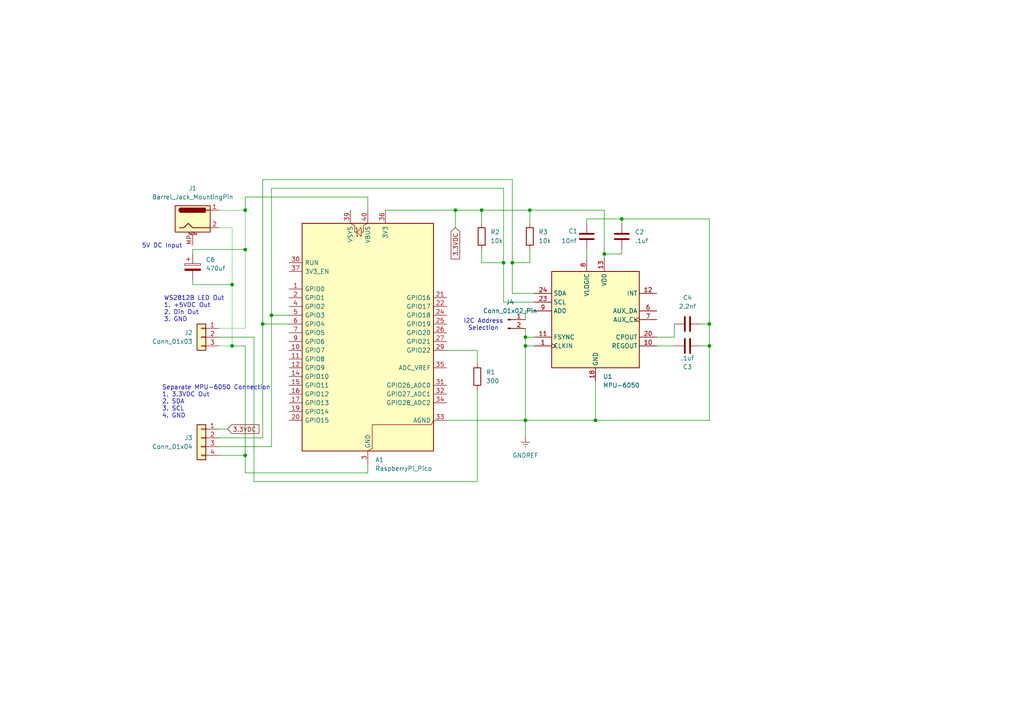
<source format=kicad_sch>
(kicad_sch (version 20250114) (generator "eeschema") (generator_version "9.0")
  (paper "A4")
  (title_block (title "Internship Technical Test Assignment") (date "2025-11-27") (company "Yens & Yens"))
  (lib_symbols
    (symbol "Connector:Barrel_Jack_MountingPin" (pin_names (hide yes))
      (property "Reference" "J" (at 0 5.334 0))
      (property "Value" "Barrel_Jack_MountingPin" (at 1.27 -6.35 0))
      (symbol "Barrel_Jack_MountingPin_0_1"
        (rectangle (start -5.08 3.81) (end 5.08 -3.81) (stroke (width 0.254)) (fill (type background)))
        (polyline (pts (xy -3.81 -2.54) (xy -2.54 -2.54) (xy -1.27 -1.27) (xy 0 -2.54) (xy 2.54 -2.54) (xy 5.08 -2.54)) (stroke (width 0.254)))
        (arc (start -3.302 1.905) (mid -3.9343 2.54) (end -3.302 3.175) (stroke (width 0.254)))
        (arc (start -3.302 1.905) (mid -3.9343 2.54) (end -3.302 3.175) (stroke (width 0.254)) (fill (type outline)))
        (rectangle (start 3.683 3.175) (end -3.302 1.905) (stroke (width 0.254)) (fill (type outline)))
        (polyline (pts (xy 5.08 2.54) (xy 3.81 2.54)) (stroke (width 0.254)))
      )
      (symbol "Barrel_Jack_MountingPin_1_1"
        (polyline (pts (xy -1.016 -4.572) (xy 1.016 -4.572)) (stroke (width 0.1524)))
        (text "Mounting" (at 0 -4.191 0) (effects (font (size 0.381 0.381))))
        (pin passive line (at 0 -7.62 90) (length 3.048) (name "MountPin") (number "MP"))
        (pin passive line (at 7.62 2.54 180) (length 2.54) (name "~") (number "1"))
        (pin passive line (at 7.62 -2.54 180) (length 2.54) (name "~") (number "2"))
      )
    )
    (symbol "Connector:Conn_01x02_Pin" (pin_names (offset 1.016) (hide yes))
      (property "Reference" "J" (at 0 2.54 0))
      (property "Value" "Conn_01x02_Pin" (at 0 -5.08 0))
      (symbol "Conn_01x02_Pin_1_1"
        (rectangle (start 0.8636 0.127) (end 0 -0.127) (stroke (width 0.1524)) (fill (type outline)))
        (rectangle (start 0.8636 -2.413) (end 0 -2.667) (stroke (width 0.1524)) (fill (type outline)))
        (polyline (pts (xy 1.27 0) (xy 0.8636 0)) (stroke (width 0.1524)))
        (polyline (pts (xy 1.27 -2.54) (xy 0.8636 -2.54)) (stroke (width 0.1524)))
        (pin passive line (at 5.08 0 180) (length 3.81) (name "Pin_1") (number "1"))
        (pin passive line (at 5.08 -2.54 180) (length 3.81) (name "Pin_2") (number "2"))
      )
    )
    (symbol "Connector_Generic:Conn_01x03" (pin_names (offset 1.016) (hide yes))
      (property "Reference" "J" (at 0 5.08 0))
      (property "Value" "Conn_01x03" (at 0 -5.08 0))
      (symbol "Conn_01x03_1_1"
        (rectangle (start -1.27 3.81) (end 1.27 -3.81) (stroke (width 0.254)) (fill (type background)))
        (rectangle (start -1.27 2.667) (end 0 2.413) (stroke (width 0.1524)))
        (rectangle (start -1.27 0.127) (end 0 -0.127) (stroke (width 0.1524)))
        (rectangle (start -1.27 -2.413) (end 0 -2.667) (stroke (width 0.1524)))
        (pin passive line (at -5.08 2.54 0) (length 3.81) (name "Pin_1") (number "1"))
        (pin passive line (at -5.08 0 0) (length 3.81) (name "Pin_2") (number "2"))
        (pin passive line (at -5.08 -2.54 0) (length 3.81) (name "Pin_3") (number "3"))
      )
    )
    (symbol "Connector_Generic:Conn_01x04" (pin_names (offset 1.016) (hide yes))
      (property "Reference" "J" (at 0 5.08 0))
      (property "Value" "Conn_01x04" (at 0 -7.62 0))
      (symbol "Conn_01x04_1_1"
        (rectangle (start -1.27 3.81) (end 1.27 -6.35) (stroke (width 0.254)) (fill (type background)))
        (rectangle (start -1.27 2.667) (end 0 2.413) (stroke (width 0.1524)))
        (rectangle (start -1.27 0.127) (end 0 -0.127) (stroke (width 0.1524)))
        (rectangle (start -1.27 -2.413) (end 0 -2.667) (stroke (width 0.1524)))
        (rectangle (start -1.27 -4.953) (end 0 -5.207) (stroke (width 0.1524)))
        (pin passive line (at -5.08 2.54 0) (length 3.81) (name "Pin_1") (number "1"))
        (pin passive line (at -5.08 0 0) (length 3.81) (name "Pin_2") (number "2"))
        (pin passive line (at -5.08 -2.54 0) (length 3.81) (name "Pin_3") (number "3"))
        (pin passive line (at -5.08 -5.08 0) (length 3.81) (name "Pin_4") (number "4"))
      )
    )
    (symbol "Device:C" (pin_numbers (hide yes)) (pin_names (offset 0.254))
      (property "Reference" "C" (at 0.635 2.54 0))
      (property "Value" "C" (at 0.635 -2.54 0))
      (symbol "C_0_1"
        (polyline (pts (xy -2.032 0.762) (xy 2.032 0.762)) (stroke (width 0.508)))
        (polyline (pts (xy -2.032 -0.762) (xy 2.032 -0.762)) (stroke (width 0.508)))
      )
      (symbol "C_1_1"
        (pin passive line (at 0 3.81 270) (length 2.794) (name "~") (number "1"))
        (pin passive line (at 0 -3.81 90) (length 2.794) (name "~") (number "2"))
      )
    )
    (symbol "Device:C_Polarized" (pin_numbers (hide yes)) (pin_names (offset 0.254))
      (property "Reference" "C" (at 0.635 2.54 0))
      (property "Value" "C_Polarized" (at 0.635 -2.54 0))
      (symbol "C_Polarized_0_1"
        (rectangle (start -2.286 0.508) (end 2.286 1.016))
        (polyline (pts (xy -1.778 2.286) (xy -0.762 2.286)))
        (polyline (pts (xy -1.27 2.794) (xy -1.27 1.778)))
        (rectangle (start 2.286 -0.508) (end -2.286 -1.016) (fill (type outline)))
      )
      (symbol "C_Polarized_1_1"
        (pin passive line (at 0 3.81 270) (length 2.794) (name "~") (number "1"))
        (pin passive line (at 0 -3.81 90) (length 2.794) (name "~") (number "2"))
      )
    )
    (symbol "Device:R" (pin_numbers (hide yes)) (pin_names (offset 0))
      (property "Reference" "R" (at 2.032 0 90))
      (property "Value" "R" (at 0 0 90))
      (symbol "R_0_1"
        (rectangle (start -1.016 -2.54) (end 1.016 2.54) (stroke (width 0.254)))
      )
      (symbol "R_1_1"
        (pin passive line (at 0 3.81 270) (length 1.27) (name "~") (number "1"))
        (pin passive line (at 0 -3.81 90) (length 1.27) (name "~") (number "2"))
      )
    )
    (symbol "MCU_Module:RaspberryPi_Pico" (pin_names (offset 0.762))
      (property "Reference" "A" (at -19.05 35.56 0))
      (property "Value" "RaspberryPi_Pico" (at 7.62 35.56 0))
      (symbol "RaspberryPi_Pico_0_1"
        (rectangle (start -19.05 34.29) (end 19.05 -31.75) (stroke (width 0.254)) (fill (type background)))
        (polyline (pts (xy -5.08 34.29) (xy -3.81 33.655) (xy -3.81 31.75) (xy -3.175 31.75)))
        (polyline (pts (xy -3.429 32.766) (xy -3.429 33.02) (xy -3.175 33.02) (xy -3.175 30.48) (xy -2.921 30.48) (xy -2.921 30.734)))
        (polyline (pts (xy -3.175 31.75) (xy -1.905 33.02) (xy -1.905 30.48) (xy -3.175 31.75)))
        (polyline (pts (xy 0 34.29) (xy -1.27 33.655) (xy -1.27 31.75) (xy -1.905 31.75)))
        (polyline (pts (xy 0 -31.75) (xy 1.27 -31.115) (xy 1.27 -24.13) (xy 18.415 -24.13) (xy 19.05 -22.86)))
      )
      (symbol "RaspberryPi_Pico_1_1"
        (pin passive line (at -22.86 22.86 0) (length 3.81) (name "RUN") (number "30"))
        (pin passive line (at -22.86 20.32 0) (length 3.81) (name "3V3_EN") (number "37"))
        (pin bidirectional line (at -22.86 15.24 0) (length 3.81) (name "GPIO0") (number "1"))
        (pin bidirectional line (at -22.86 12.7 0) (length 3.81) (name "GPIO1") (number "2"))
        (pin bidirectional line (at -22.86 10.16 0) (length 3.81) (name "GPIO2") (number "4"))
        (pin bidirectional line (at -22.86 7.62 0) (length 3.81) (name "GPIO3") (number "5"))
        (pin bidirectional line (at -22.86 5.08 0) (length 3.81) (name "GPIO4") (number "6"))
        (pin bidirectional line (at -22.86 2.54 0) (length 3.81) (name "GPIO5") (number "7"))
        (pin bidirectional line (at -22.86 0 0) (length 3.81) (name "GPIO6") (number "9"))
        (pin bidirectional line (at -22.86 -2.54 0) (length 3.81) (name "GPIO7") (number "10"))
        (pin bidirectional line (at -22.86 -5.08 0) (length 3.81) (name "GPIO8") (number "11"))
        (pin bidirectional line (at -22.86 -7.62 0) (length 3.81) (name "GPIO9") (number "12"))
        (pin bidirectional line (at -22.86 -10.16 0) (length 3.81) (name "GPIO10") (number "14"))
        (pin bidirectional line (at -22.86 -12.7 0) (length 3.81) (name "GPIO11") (number "15"))
        (pin bidirectional line (at -22.86 -15.24 0) (length 3.81) (name "GPIO12") (number "16"))
        (pin bidirectional line (at -22.86 -17.78 0) (length 3.81) (name "GPIO13") (number "17"))
        (pin bidirectional line (at -22.86 -20.32 0) (length 3.81) (name "GPIO14") (number "19"))
        (pin bidirectional line (at -22.86 -22.86 0) (length 3.81) (name "GPIO15") (number "20"))
        (pin power_in line (at -5.08 38.1 270) (length 3.81) (name "VSYS") (number "39"))
        (pin power_out line (at 0 38.1 270) (length 3.81) (name "VBUS") (number "40"))
        (pin passive line (at 0 -35.56 90) (length 3.81) (hide yes) (name "GND") (number "13"))
        (pin passive line (at 0 -35.56 90) (length 3.81) (hide yes) (name "GND") (number "18"))
        (pin passive line (at 0 -35.56 90) (length 3.81) (hide yes) (name "GND") (number "23"))
        (pin passive line (at 0 -35.56 90) (length 3.81) (hide yes) (name "GND") (number "28"))
        (pin power_out line (at 0 -35.56 90) (length 3.81) (name "GND") (number "3"))
        (pin passive line (at 0 -35.56 90) (length 3.81) (hide yes) (name "GND") (number "38"))
        (pin passive line (at 0 -35.56 90) (length 3.81) (hide yes) (name "GND") (number "8"))
        (pin power_out line (at 5.08 38.1 270) (length 3.81) (name "3V3") (number "36"))
        (pin bidirectional line (at 22.86 12.7 180) (length 3.81) (name "GPIO16") (number "21"))
        (pin bidirectional line (at 22.86 10.16 180) (length 3.81) (name "GPIO17") (number "22"))
        (pin bidirectional line (at 22.86 7.62 180) (length 3.81) (name "GPIO18") (number "24"))
        (pin bidirectional line (at 22.86 5.08 180) (length 3.81) (name "GPIO19") (number "25"))
        (pin bidirectional line (at 22.86 2.54 180) (length 3.81) (name "GPIO20") (number "26"))
        (pin bidirectional line (at 22.86 0 180) (length 3.81) (name "GPIO21") (number "27"))
        (pin bidirectional line (at 22.86 -2.54 180) (length 3.81) (name "GPIO22") (number "29"))
        (pin power_in line (at 22.86 -7.62 180) (length 3.81) (name "ADC_VREF") (number "35"))
        (pin bidirectional line (at 22.86 -12.7 180) (length 3.81) (name "GPIO26_ADC0") (number "31"))
        (pin bidirectional line (at 22.86 -15.24 180) (length 3.81) (name "GPIO27_ADC1") (number "32"))
        (pin bidirectional line (at 22.86 -17.78 180) (length 3.81) (name "GPIO28_ADC2") (number "34"))
        (pin power_out line (at 22.86 -22.86 180) (length 3.81) (name "AGND") (number "33"))
      )
    )
    (symbol "Sensor_Motion:MPU-6050"
      (property "Reference" "U" (at -11.43 13.97 0))
      (property "Value" "MPU-6050" (at 7.62 -15.24 0))
      (symbol "MPU-6050_0_1"
        (rectangle (start -12.7 13.97) (end 12.7 -13.97) (stroke (width 0.254)) (fill (type background)))
      )
      (symbol "MPU-6050_1_1"
        (pin bidirectional line (at -17.78 7.62 0) (length 5.08) (name "SDA") (number "24"))
        (pin input line (at -17.78 5.08 0) (length 5.08) (name "SCL") (number "23"))
        (pin input line (at -17.78 2.54 0) (length 5.08) (name "AD0") (number "9"))
        (pin input line (at -17.78 -5.08 0) (length 5.08) (name "FSYNC") (number "11"))
        (pin input clock (at -17.78 -7.62 0) (length 5.08) (name "CLKIN") (number "1"))
        (pin no_connect line (at -12.7 12.7 0) (length 2.54) (hide yes) (name "NC") (number "2"))
        (pin no_connect line (at -12.7 10.16 0) (length 2.54) (hide yes) (name "NC") (number "3"))
        (pin no_connect line (at -12.7 0 0) (length 2.54) (hide yes) (name "NC") (number "4"))
        (pin no_connect line (at -12.7 -2.54 0) (length 2.54) (hide yes) (name "NC") (number "5"))
        (pin no_connect line (at -12.7 -10.16 0) (length 2.54) (hide yes) (name "NC") (number "14"))
        (pin power_in line (at -2.54 17.78 270) (length 3.81) (name "VLOGIC") (number "8"))
        (pin power_in line (at 0 -17.78 90) (length 3.81) (name "GND") (number "18"))
        (pin power_in line (at 2.54 17.78 270) (length 3.81) (name "VDD") (number "13"))
        (pin no_connect line (at 12.7 12.7 180) (length 2.54) (hide yes) (name "NC") (number "15"))
        (pin no_connect line (at 12.7 10.16 180) (length 2.54) (hide yes) (name "NC") (number "16"))
        (pin no_connect line (at 12.7 5.08 180) (length 2.54) (hide yes) (name "NC") (number "17"))
        (pin no_connect line (at 12.7 -2.54 180) (length 2.54) (hide yes) (name "RESV") (number "21"))
        (pin no_connect line (at 12.7 -10.16 180) (length 2.54) (hide yes) (name "RESV") (number "19"))
        (pin no_connect line (at 12.7 -12.7 180) (length 2.54) (hide yes) (name "RESV") (number "22"))
        (pin output line (at 17.78 7.62 180) (length 5.08) (name "INT") (number "12"))
        (pin bidirectional line (at 17.78 2.54 180) (length 5.08) (name "AUX_DA") (number "6"))
        (pin output clock (at 17.78 0 180) (length 5.08) (name "AUX_CL") (number "7"))
        (pin passive line (at 17.78 -5.08 180) (length 5.08) (name "CPOUT") (number "20"))
        (pin passive line (at 17.78 -7.62 180) (length 5.08) (name "REGOUT") (number "10"))
      )
    )
    (symbol "power:GNDREF" (power) (pin_numbers (hide yes)) (pin_names (offset 0) (hide yes))
      (property "Value" "GNDREF" (at 0 -3.81 0))
      (symbol "GNDREF_0_1"
        (polyline (pts (xy -0.635 -1.905) (xy 0.635 -1.905)))
        (polyline (pts (xy -0.127 -2.54) (xy 0.127 -2.54)))
        (polyline (pts (xy 0 -1.27) (xy 0 0)))
        (polyline (pts (xy 1.27 -1.27) (xy -1.27 -1.27)))
      )
      (symbol "GNDREF_1_1"
        (pin power_in line (at 0 0 270) (length 0) (name "~") (number "1"))
      )
    )
  )
  (text "I2C Address\nSelection" (at 140.208 94.234 0) (effects (font (size 1.27 1.27))))
  (text "5V DC Input" (at 46.99 71.374 0) (effects (font (size 1.27 1.27))))
  (text "WS2812B LED Out\n1. +5VDC Out\n2. Din Out\n3. GND" (at 47.498 89.662 0) (effects (font (size 1.27 1.27)) (justify left)))
  (text "Separate MPU-6050 Connection\n1. 3.3VDC Out\n2. SDA\n3. SCL\n4. GND" (at 46.99 116.586 0) (effects (font (size 1.27 1.27)) (justify left)))
  (junction (at 205.74 93.98))
  (junction (at 71.12 72.39))
  (junction (at 76.2 93.98))
  (junction (at 172.72 121.92))
  (junction (at 67.31 100.33))
  (junction (at 152.4 97.79))
  (junction (at 71.12 132.08))
  (junction (at 146.05 76.2))
  (junction (at 175.26 73.66))
  (junction (at 71.12 60.96))
  (junction (at 148.59 76.2))
  (junction (at 180.34 63.5))
  (junction (at 67.31 82.55))
  (junction (at 152.4 100.33))
  (junction (at 205.74 100.33))
  (junction (at 78.74 91.44))
  (junction (at 152.4 121.92))
  (junction (at 132.08 60.96))
  (junction (at 153.67 60.96))
  (junction (at 139.7 60.96))
  (wire (pts (xy 63.5 127) (xy 76.2 127)))
  (wire (pts (xy 180.34 63.5) (xy 180.34 64.77)))
  (wire (pts (xy 152.4 100.33) (xy 152.4 121.92)))
  (wire (pts (xy 139.7 72.39) (xy 139.7 76.2)))
  (wire (pts (xy 71.12 60.96) (xy 71.12 57.15)))
  (wire (pts (xy 63.5 100.33) (xy 67.31 100.33)) (stroke (width 0.0762)))
  (wire (pts (xy 63.5 97.79) (xy 73.66 97.79)))
  (wire (pts (xy 146.05 76.2) (xy 146.05 87.63)))
  (wire (pts (xy 170.18 63.5) (xy 180.34 63.5)))
  (wire (pts (xy 139.7 76.2) (xy 146.05 76.2)))
  (wire (pts (xy 67.31 100.33) (xy 71.12 100.33)))
  (wire (pts (xy 180.34 72.39) (xy 180.34 73.66)))
  (wire (pts (xy 63.5 129.54) (xy 78.74 129.54)))
  (wire (pts (xy 175.26 73.66) (xy 180.34 73.66)))
  (wire (pts (xy 67.31 66.04) (xy 67.31 82.55)) (stroke (width 0.0762)))
  (wire (pts (xy 71.12 100.33) (xy 71.12 132.08)))
  (wire (pts (xy 205.74 63.5) (xy 205.74 93.98)))
  (wire (pts (xy 138.43 101.6) (xy 138.43 105.41)))
  (wire (pts (xy 148.59 76.2) (xy 148.59 85.09)))
  (wire (pts (xy 146.05 87.63) (xy 154.94 87.63)))
  (wire (pts (xy 154.94 90.17) (xy 152.4 90.17)))
  (wire (pts (xy 153.67 72.39) (xy 153.67 76.2)))
  (wire (pts (xy 71.12 60.96) (xy 71.12 72.39)) (stroke (width 0.0762)))
  (wire (pts (xy 106.68 57.15) (xy 106.68 60.96)))
  (wire (pts (xy 152.4 95.25) (xy 152.4 97.79)))
  (wire (pts (xy 153.67 60.96) (xy 153.67 64.77)))
  (wire (pts (xy 78.74 129.54) (xy 78.74 91.44)))
  (wire (pts (xy 132.08 60.96) (xy 139.7 60.96)))
  (wire (pts (xy 55.88 72.39) (xy 71.12 72.39)))
  (wire (pts (xy 129.54 101.6) (xy 138.43 101.6)))
  (wire (pts (xy 63.5 95.25) (xy 71.12 95.25)) (stroke (width 0.0762)))
  (wire (pts (xy 71.12 57.15) (xy 106.68 57.15)))
  (wire (pts (xy 154.94 97.79) (xy 152.4 97.79)))
  (wire (pts (xy 190.5 100.33) (xy 195.58 100.33)))
  (wire (pts (xy 146.05 54.61) (xy 146.05 76.2)))
  (wire (pts (xy 205.74 100.33) (xy 205.74 121.92)))
  (wire (pts (xy 205.74 121.92) (xy 172.72 121.92)))
  (wire (pts (xy 203.2 93.98) (xy 205.74 93.98)))
  (wire (pts (xy 63.5 124.46) (xy 66.04 124.46)))
  (wire (pts (xy 63.5 132.08) (xy 71.12 132.08)))
  (wire (pts (xy 152.4 121.92) (xy 172.72 121.92)))
  (wire (pts (xy 205.74 93.98) (xy 205.74 100.33)))
  (wire (pts (xy 63.5 66.04) (xy 67.31 66.04)) (stroke (width 0.0762)))
  (wire (pts (xy 55.88 81.28) (xy 55.88 82.55)))
  (wire (pts (xy 78.74 54.61) (xy 146.05 54.61)))
  (wire (pts (xy 106.68 134.62) (xy 106.68 137.16)))
  (wire (pts (xy 138.43 139.7) (xy 73.66 139.7)))
  (wire (pts (xy 78.74 91.44) (xy 78.74 54.61)))
  (wire (pts (xy 76.2 93.98) (xy 76.2 52.07)))
  (wire (pts (xy 190.5 97.79) (xy 195.58 97.79)))
  (wire (pts (xy 148.59 85.09) (xy 154.94 85.09)))
  (wire (pts (xy 71.12 132.08) (xy 71.12 137.16)))
  (wire (pts (xy 63.5 60.96) (xy 71.12 60.96)) (stroke (width 0.0762)))
  (wire (pts (xy 129.54 121.92) (xy 152.4 121.92)))
  (wire (pts (xy 55.88 73.66) (xy 55.88 72.39)))
  (wire (pts (xy 132.08 60.96) (xy 132.08 66.04)))
  (wire (pts (xy 83.82 93.98) (xy 76.2 93.98)))
  (wire (pts (xy 152.4 97.79) (xy 152.4 100.33)))
  (wire (pts (xy 175.26 60.96) (xy 175.26 73.66)))
  (wire (pts (xy 111.76 60.96) (xy 132.08 60.96)))
  (wire (pts (xy 139.7 60.96) (xy 139.7 64.77)))
  (wire (pts (xy 152.4 121.92) (xy 152.4 127)))
  (wire (pts (xy 152.4 100.33) (xy 154.94 100.33)))
  (wire (pts (xy 153.67 76.2) (xy 148.59 76.2)))
  (wire (pts (xy 195.58 93.98) (xy 195.58 97.79)))
  (wire (pts (xy 139.7 60.96) (xy 153.67 60.96)))
  (wire (pts (xy 175.26 73.66) (xy 175.26 74.93)))
  (wire (pts (xy 203.2 100.33) (xy 205.74 100.33)))
  (wire (pts (xy 152.4 90.17) (xy 152.4 92.71)))
  (wire (pts (xy 180.34 63.5) (xy 205.74 63.5)))
  (wire (pts (xy 71.12 72.39) (xy 71.12 95.25)) (stroke (width 0.0762)))
  (wire (pts (xy 83.82 91.44) (xy 78.74 91.44)))
  (wire (pts (xy 138.43 113.03) (xy 138.43 139.7)))
  (wire (pts (xy 67.31 82.55) (xy 67.31 100.33)) (stroke (width 0.0762)))
  (wire (pts (xy 76.2 127) (xy 76.2 93.98)))
  (wire (pts (xy 148.59 52.07) (xy 148.59 76.2)))
  (wire (pts (xy 76.2 52.07) (xy 148.59 52.07)))
  (wire (pts (xy 73.66 139.7) (xy 73.66 97.79)))
  (wire (pts (xy 170.18 72.39) (xy 170.18 74.93)))
  (wire (pts (xy 172.72 121.92) (xy 172.72 110.49)))
  (wire (pts (xy 170.18 64.77) (xy 170.18 63.5)))
  (wire (pts (xy 153.67 60.96) (xy 175.26 60.96)))
  (wire (pts (xy 55.88 82.55) (xy 67.31 82.55)))
  (wire (pts (xy 71.12 137.16) (xy 106.68 137.16)))
  (global_label "3.3VDC" (shape input) (at 66.04 124.46 0) (property "Intersheetrefs" "${INTERSHEET_REFS}" (effects (hide yes))))
  (global_label "3.3VDC" (shape input) (at 132.08 66.04 270) (property "Intersheetrefs" "${INTERSHEET_REFS}" (effects (hide yes))))
  (symbol (lib_id "Sensor_Motion:MPU-6050") (at 172.72 92.71 0) (unit 1)
    (property "Reference" "U1" (at 174.8633 109.22 0) (effects (justify left)))
    (property "Value" "MPU-6050" (at 174.8633 111.76 0) (effects (justify left)))
    (property "Footprint" "Package_DFN_QFN:HVQFN-24-1EP_4x4mm_P0.5mm_EP2.1x2.1mm" (effects (hide yes)))
    (property "Datasheet" "https://invensense.tdk.com/wp-content/uploads/2015/02/MPU-6000-Datasheet1.pdf" (effects (hide yes)))
    (property "Description" "InvenSense 6-Axis Motion Sensor, Gyroscope, Accelerometer, I2C" (effects (hide yes)))
  )
  (symbol (lib_id "Connector:Conn_01x02_Pin") (at 147.32 92.71 0) (unit 1)
    (property "Reference" "J4" (at 147.955 87.63 0))
    (property "Value" "Conn_01x02_Pin" (at 147.955 90.17 0))
    (property "Footprint" "Connector_PinHeader_2.54mm:PinHeader_1x02_P2.54mm_Vertical" (effects (hide yes)))
    (property "Description" "Generic connector, single row, 01x02, script generated" (effects (hide yes)))
  )
  (symbol (lib_id "Device:C_Polarized") (at 55.88 77.47 0) (unit 1)
    (property "Reference" "C6" (at 59.69 75.3109 0) (effects (justify left)))
    (property "Value" "470uf" (at 59.69 77.8509 0) (effects (justify left)))
    (property "Footprint" "Capacitor_THT:CP_Radial_D8.0mm_P2.50mm" (effects (hide yes)))
    (property "Description" "Polarized capacitor" (effects (hide yes)))
  )
  (symbol (lib_id "power:GNDREF") (at 152.4 127 0) (unit 1)
    (property "Reference" "#PWR01" (effects (hide yes)))
    (property "Value" "GNDREF" (at 152.4 132.08 0))
    (property "Description" "Power symbol creates a global label with name \"GNDREF\" , reference supply ground" (effects (hide yes)))
  )
  (symbol (lib_id "Device:C") (at 199.39 93.98 270) (unit 1)
    (property "Reference" "C4" (at 199.39 86.36 90))
    (property "Value" "2.2nf" (at 199.39 88.9 90))
    (property "Footprint" "Capacitor_SMD:C_0805_2012Metric" (effects (hide yes)))
    (property "Description" "Unpolarized capacitor" (effects (hide yes)))
  )
  (symbol (lib_id "Device:C") (at 199.39 100.33 270) (unit 1)
    (property "Reference" "C3" (at 199.39 106.426 90))
    (property "Value" ".1uf" (at 199.39 103.886 90))
    (property "Footprint" "Capacitor_SMD:C_0805_2012Metric" (effects (hide yes)))
    (property "Description" "Unpolarized capacitor" (effects (hide yes)))
  )
  (symbol (lib_id "Connector:Barrel_Jack_MountingPin") (at 55.88 63.5 0) (unit 1)
    (property "Reference" "J1" (at 55.88 54.61 0))
    (property "Value" "Barrel_Jack_MountingPin" (at 55.88 57.15 0))
    (property "Footprint" "Connector_BarrelJack:BarrelJack_CUI_PJ-063AH_Horizontal" (effects (hide yes)))
    (property "Description" "DC Barrel Jack with a mounting pin" (effects (hide yes)))
  )
  (symbol (lib_id "Device:R") (at 139.7 68.58 0) (unit 1)
    (property "Reference" "R2" (at 142.24 67.3099 0) (effects (justify left)))
    (property "Value" "10k" (at 142.24 69.8499 0) (effects (justify left)))
    (property "Footprint" "Capacitor_SMD:C_0805_2012Metric" (effects (hide yes)))
    (property "Description" "Resistor" (effects (hide yes)))
  )
  (symbol (lib_id "Device:R") (at 138.43 109.22 0) (unit 1)
    (property "Reference" "R1" (at 140.97 107.9499 0) (effects (justify left)))
    (property "Value" "300" (at 140.97 110.4899 0) (effects (justify left)))
    (property "Footprint" "Capacitor_SMD:C_0805_2012Metric" (effects (hide yes)))
    (property "Description" "Resistor" (effects (hide yes)))
  )
  (symbol (lib_id "Device:R") (at 153.67 68.58 0) (unit 1)
    (property "Reference" "R3" (at 156.21 67.3099 0) (effects (justify left)))
    (property "Value" "10k" (at 156.21 69.8499 0) (effects (justify left)))
    (property "Footprint" "Capacitor_SMD:C_0805_2012Metric" (effects (hide yes)))
    (property "Description" "Resistor" (effects (hide yes)))
  )
  (symbol (lib_id "Device:C") (at 180.34 68.58 0) (unit 1)
    (property "Reference" "C2" (at 184.15 67.3099 0) (effects (justify left)))
    (property "Value" ".1uf" (at 184.15 69.8499 0) (effects (justify left)))
    (property "Footprint" "Capacitor_SMD:C_0805_2012Metric" (effects (hide yes)))
    (property "Description" "Unpolarized capacitor" (effects (hide yes)))
  )
  (symbol (lib_id "Connector_Generic:Conn_01x03") (at 58.42 97.79 0) (mirror y) (unit 1)
    (property "Reference" "J2" (at 55.88 96.5199 0) (effects (justify left)))
    (property "Value" "Conn_01x03" (at 55.88 99.0599 0) (effects (justify left)))
    (property "Footprint" "Connector_JST:JST_PH_S3B-PH-K_1x03_P2.00mm_Horizontal" (effects (hide yes)))
    (property "Description" "Generic connector, single row, 01x03, script generated (kicad-library-utils/schlib/autogen/connector/)" (effects (hide yes)))
  )
  (symbol (lib_id "MCU_Module:RaspberryPi_Pico") (at 106.68 99.06 0) (unit 1)
    (property "Reference" "A1" (at 108.8233 133.35 0) (effects (justify left)))
    (property "Value" "RaspberryPi_Pico" (at 108.8233 135.89 0) (effects (justify left)))
    (property "Footprint" "Module:RaspberryPi_Pico_Common_SMD" (effects (hide yes)))
    (property "Datasheet" "https://datasheets.raspberrypi.com/pico/pico-datasheet.pdf" (effects (hide yes)))
    (property "Description" "Versatile and inexpensive microcontroller module powered by RP2040 dual-core Arm Cortex-M0+ processor up to 133 MHz, 264kB SRAM, 2MB QSPI flash; also supports Raspberry Pi Pico 2" (effects (hide yes)))
  )
  (symbol (lib_id "Connector_Generic:Conn_01x04") (at 58.42 127 0) (mirror y) (unit 1)
    (property "Reference" "J3" (at 55.88 126.9999 0) (effects (justify left)))
    (property "Value" "Conn_01x04" (at 55.88 129.5399 0) (effects (justify left)))
    (property "Footprint" "Connector_JST:JST_PH_S4B-PH-K_1x04_P2.00mm_Horizontal" (effects (hide yes)))
    (property "Description" "Generic connector, single row, 01x04, script generated (kicad-library-utils/schlib/autogen/connector/)" (effects (hide yes)))
  )
  (symbol (lib_id "Device:C") (at 170.18 68.58 0) (unit 1)
    (property "Reference" "C1" (at 164.846 67.056 0) (effects (justify left)))
    (property "Value" "10nf" (at 162.814 69.85 0) (effects (justify left)))
    (property "Footprint" "Capacitor_SMD:C_0805_2012Metric" (effects (hide yes)))
    (property "Description" "Unpolarized capacitor" (effects (hide yes)))
  )
)
</source>
